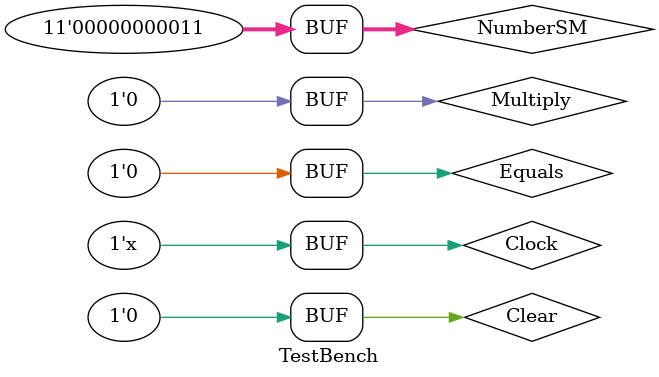
<source format=v>
/*module AddSub
	#(parameter W = 11)			// Default width
	(A, B, c0, S, ovf);
	input [W-1:0] A, B;			// W-bit unsigned inputs
	input c0;								// Carry-in
	output [W-1:0] S;				// W-bit unsigned output
	output ovf;							// Overflow signal

	wire [W:0] c;						// Carry signals
	assign c[0] = c0;

// Instantiate and "chain" W full adders 
	genvar i;
		generate
			for (i = 0; i < W; i = i + 1) begin: inst_loop
				FullAdder FA(A[i], B[i] ^ c[0], c[i], S[i], c[i+1]);
			end
		endgenerate

// Overflow
		assign ovf = c[W-1] ^ c[W];
endmodule*/

// Four-Function Calculator TestBench
`timescale 1ns/100ps
module TestBench();
	parameter WIDTH = 11;							// Data bit width

// Inputs and Outputs
	reg Clock;
	reg Clear;											// C button
	reg Equals;											// = button: displays result so far; does not repeat previous operation
	reg Add;												// + button
	reg Subtract;										// - button
	reg Multiply;										// x button (multiply)
	reg Divide;											// Divide button
	reg [WIDTH-1:0] NumberSM; 					// Must be entered in sign-magnitude on SW[W-1:0]
	wire signed [WIDTH-1:0] Result;
	wire Overflow;
	wire CantDisplay;
	wire [4:0] State;

	//took out state.
	wire signed [WIDTH-1:0] NumberTC;
	SM2TC #(.width(WIDTH)) SM2TC1(NumberSM, NumberTC);
	FourFuncCalc #(.W(WIDTH)) FFC(Clock, Clear, Equals, Add, Subtract, Multiply, Divide, NumberSM, Result, Overflow);
	//(Clock, Clear, Equals, Add, Subtract, Multiply, Divide, Number, Result, Overflow);
	
// Define 10 ns Clock
	always #5 Clock = ~Clock;

	initial
	begin
		Clock = 0; Clear = 1;
		#20; Clear = 0;

	
//  1 + 2 + 3= 6
		#10; Equals = 1; NumberSM = 1; 
		#10; Equals = 0;

		#20; Multiply = 1;
		#20; Multiply = 0;
		#20; Equals = 1; NumberSM = 2; 
		#20; Equals = 0;
		
		#500; Multiply = 1;
		#30; Multiply = 0;
		#30; Equals = 1; 
		#30; NumberSM = 3; 
		#30; Equals = 0;
		/*#20; Multiply = 1;
		#20; Multiply = 0;
		#20; Equals = 1; NumberSM = 3; 
		#20; Equals = 0;
		
		/*Clear = 1;
		#20; Clear = 0;
		#10; Equals = 1; NumberSM = 1; 
		#10; Equals = 0;

		#20; Add = 1;
		#20; Add = 0;
		#20; Equals = 1; NumberSM = 2; 
		#20; Equals = 0;
		
		#20; Add = 1;
		#20; Add = 0;
		#20; Equals = 1; NumberSM = 2; 
		#20; Equals = 0;*/

		end

endmodule


</source>
